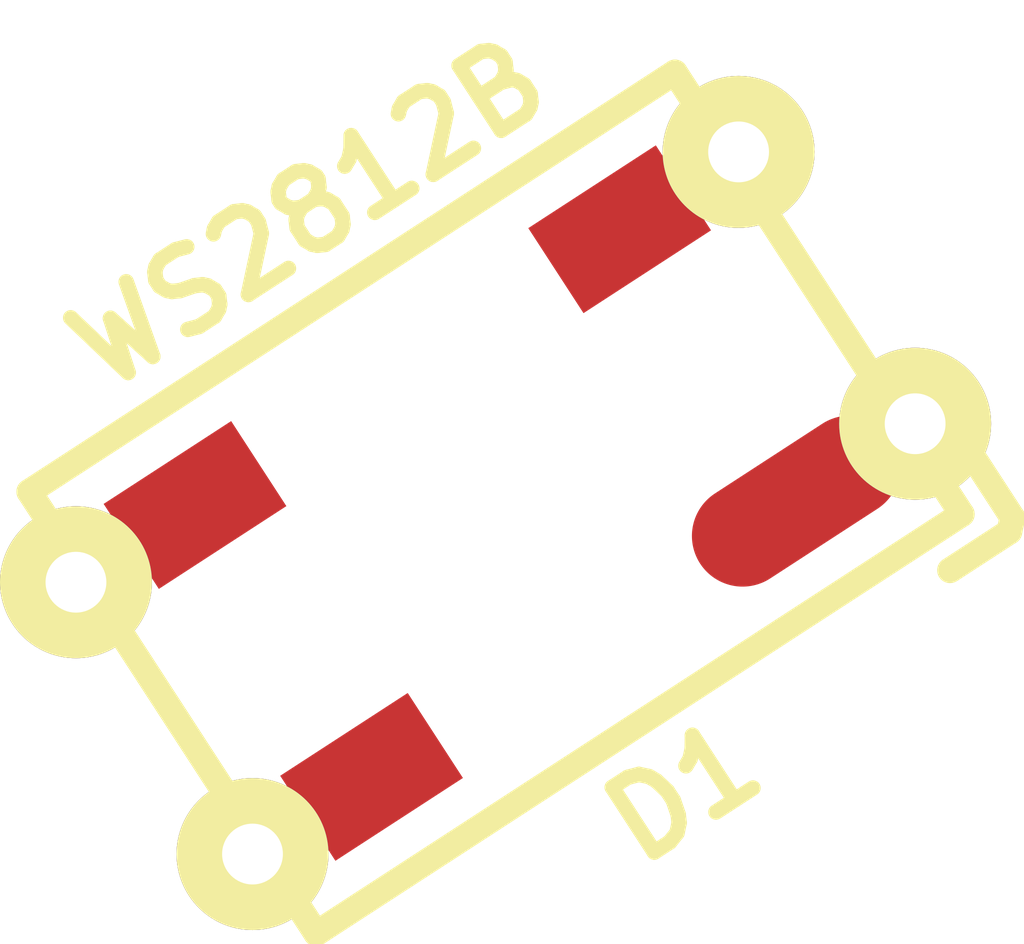
<source format=kicad_pcb>
(kicad_pcb (version 3) (host pcbnew "(2013-jul-07)-stable")

  (general
    (links 4)
    (no_connects 4)
    (area 94.799298 95.285031 105.428878 104.546682)
    (thickness 1.6)
    (drawings 0)
    (tracks 0)
    (zones 0)
    (modules 1)
    (nets 5)
  )

  (page User 203.2 152.4)
  (layers
    (15 F.Cu signal)
    (0 B.Cu signal)
    (16 B.Adhes user)
    (17 F.Adhes user)
    (18 B.Paste user)
    (19 F.Paste user)
    (20 B.SilkS user)
    (21 F.SilkS user)
    (22 B.Mask user)
    (23 F.Mask user)
    (24 Dwgs.User user)
    (25 Cmts.User user)
    (26 Eco1.User user)
    (27 Eco2.User user)
    (28 Edge.Cuts user)
  )

  (setup
    (last_trace_width 0.254)
    (trace_clearance 0.254)
    (zone_clearance 0.508)
    (zone_45_only no)
    (trace_min 0.254)
    (segment_width 0.2)
    (edge_width 0.1)
    (via_size 0.889)
    (via_drill 0.635)
    (via_min_size 0.889)
    (via_min_drill 0.508)
    (uvia_size 0.508)
    (uvia_drill 0.127)
    (uvias_allowed no)
    (uvia_min_size 0.508)
    (uvia_min_drill 0.127)
    (pcb_text_width 0.3)
    (pcb_text_size 1.5 1.5)
    (mod_edge_width 0.15)
    (mod_text_size 1 1)
    (mod_text_width 0.15)
    (pad_size 1.50114 1.00076)
    (pad_drill 0)
    (pad_to_mask_clearance 0)
    (aux_axis_origin 0 0)
    (visible_elements FFFFFFBF)
    (pcbplotparams
      (layerselection 3178497)
      (usegerberextensions true)
      (excludeedgelayer true)
      (linewidth 0.150000)
      (plotframeref false)
      (viasonmask false)
      (mode 1)
      (useauxorigin false)
      (hpglpennumber 1)
      (hpglpenspeed 20)
      (hpglpendiameter 15)
      (hpglpenoverlay 2)
      (psnegative false)
      (psa4output false)
      (plotreference true)
      (plotvalue true)
      (plotothertext true)
      (plotinvisibletext false)
      (padsonsilk false)
      (subtractmaskfromsilk false)
      (outputformat 1)
      (mirror false)
      (drillshape 1)
      (scaleselection 1)
      (outputdirectory ""))
  )

  (net 0 "")
  (net 1 GND)
  (net 2 N-0000014)
  (net 3 N-0000017)
  (net 4 VDD)

  (net_class Default "This is the default net class."
    (clearance 0.254)
    (trace_width 0.254)
    (via_dia 0.889)
    (via_drill 0.635)
    (uvia_dia 0.508)
    (uvia_drill 0.127)
    (add_net "")
    (add_net GND)
    (add_net N-0000014)
    (add_net N-0000017)
    (add_net VDD)
  )

  (module WS2812BP (layer F.Cu) (tedit 5747A75B) (tstamp 57482A30)
    (at 100 100 33)
    (path /5747B409)
    (fp_text reference D1 (at 0 3.29946 33) (layer F.SilkS)
      (effects (font (size 0.762 0.762) (thickness 0.1524)))
    )
    (fp_text value WS2812B (at 0 -3.50012 33) (layer F.SilkS)
      (effects (font (size 0.762 0.762) (thickness 0.1524)))
    )
    (fp_line (start 4.09956 2.90068) (end 4.20116 2.79908) (layer F.SilkS) (width 0.254))
    (fp_line (start 4.20116 2.79908) (end 4.20116 2.10058) (layer F.SilkS) (width 0.254))
    (fp_line (start 3.40106 2.90068) (end 4.09956 2.90068) (layer F.SilkS) (width 0.254))
    (fp_line (start 3.79984 -2.70002) (end 3.79984 2.49936) (layer F.SilkS) (width 0.254))
    (fp_line (start 3.79984 2.49936) (end -3.79984 2.49936) (layer F.SilkS) (width 0.254))
    (fp_line (start -3.79984 2.49936) (end -3.79984 -2.70002) (layer F.SilkS) (width 0.254))
    (fp_line (start -3.79984 -2.70002) (end 3.79984 -2.70002) (layer F.SilkS) (width 0.254))
    (pad 1 smd rect (at -2.49936 -1.69926 33) (size 1.50114 1.00076)
      (layers F.Cu F.Paste F.Mask)
      (net 4 VDD)
    )
    (pad 2 smd rect (at -2.49936 1.50114 33) (size 1.50114 1.00076)
      (layers F.Cu F.Paste F.Mask)
      (net 3 N-0000017)
    )
    (pad 3 smd oval (at 2.49936 1.50114 33) (size 2.26314 1.00076)
      (layers F.Cu F.Paste F.Mask)
      (net 1 GND)
    )
    (pad 4 smd rect (at 2.49936 -1.69926 33) (size 1.50114 1.00076)
      (layers F.Cu F.Paste F.Mask)
      (net 2 N-0000014)
    )
    (pad 1 thru_hole circle (at -3.9 -1.7) (size 1.5 1.5) (drill 0.6)
      (layers *.Cu *.Mask F.SilkS)
      (net 4 VDD)
    )
    (pad 2 thru_hole circle (at -3.9 1.5) (size 1.5 1.5) (drill 0.6)
      (layers *.Cu *.Mask F.SilkS)
      (net 3 N-0000017)
    )
    (pad 3 thru_hole circle (at 3.9 1.5) (size 1.5 1.5) (drill 0.6)
      (layers *.Cu *.Mask F.SilkS)
      (net 1 GND)
    )
    (pad 4 thru_hole circle (at 3.9 -1.7) (size 1.5 1.5) (drill 0.6)
      (layers *.Cu *.Mask F.SilkS)
      (net 2 N-0000014)
    )
  )

)

</source>
